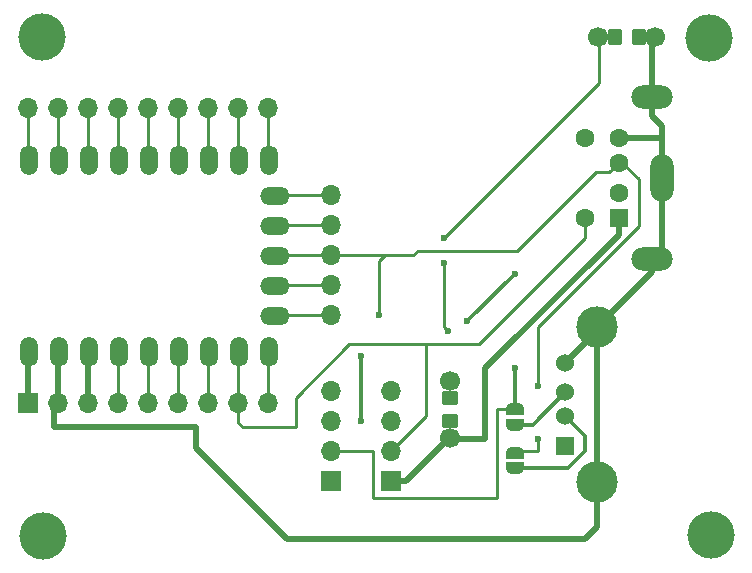
<source format=gbr>
%TF.GenerationSoftware,KiCad,Pcbnew,8.0.4*%
%TF.CreationDate,2024-08-06T16:01:05+03:00*%
%TF.ProjectId,ps2usb,70733275-7362-42e6-9b69-6361645f7063,rev?*%
%TF.SameCoordinates,Original*%
%TF.FileFunction,Copper,L1,Top*%
%TF.FilePolarity,Positive*%
%FSLAX46Y46*%
G04 Gerber Fmt 4.6, Leading zero omitted, Abs format (unit mm)*
G04 Created by KiCad (PCBNEW 8.0.4) date 2024-08-06 16:01:05*
%MOMM*%
%LPD*%
G01*
G04 APERTURE LIST*
G04 Aperture macros list*
%AMRoundRect*
0 Rectangle with rounded corners*
0 $1 Rounding radius*
0 $2 $3 $4 $5 $6 $7 $8 $9 X,Y pos of 4 corners*
0 Add a 4 corners polygon primitive as box body*
4,1,4,$2,$3,$4,$5,$6,$7,$8,$9,$2,$3,0*
0 Add four circle primitives for the rounded corners*
1,1,$1+$1,$2,$3*
1,1,$1+$1,$4,$5*
1,1,$1+$1,$6,$7*
1,1,$1+$1,$8,$9*
0 Add four rect primitives between the rounded corners*
20,1,$1+$1,$2,$3,$4,$5,0*
20,1,$1+$1,$4,$5,$6,$7,0*
20,1,$1+$1,$6,$7,$8,$9,0*
20,1,$1+$1,$8,$9,$2,$3,0*%
%AMFreePoly0*
4,1,19,0.500000,-0.750000,0.000000,-0.750000,0.000000,-0.744911,-0.071157,-0.744911,-0.207708,-0.704816,-0.327430,-0.627875,-0.420627,-0.520320,-0.479746,-0.390866,-0.500000,-0.250000,-0.500000,0.250000,-0.479746,0.390866,-0.420627,0.520320,-0.327430,0.627875,-0.207708,0.704816,-0.071157,0.744911,0.000000,0.744911,0.000000,0.750000,0.500000,0.750000,0.500000,-0.750000,0.500000,-0.750000,
$1*%
%AMFreePoly1*
4,1,19,0.000000,0.744911,0.071157,0.744911,0.207708,0.704816,0.327430,0.627875,0.420627,0.520320,0.479746,0.390866,0.500000,0.250000,0.500000,-0.250000,0.479746,-0.390866,0.420627,-0.520320,0.327430,-0.627875,0.207708,-0.704816,0.071157,-0.744911,0.000000,-0.744911,0.000000,-0.750000,-0.500000,-0.750000,-0.500000,0.750000,0.000000,0.750000,0.000000,0.744911,0.000000,0.744911,
$1*%
G04 Aperture macros list end*
%TA.AperFunction,ComponentPad*%
%ADD10C,1.700000*%
%TD*%
%TA.AperFunction,SMDPad,CuDef*%
%ADD11RoundRect,0.250000X0.350000X0.450000X-0.350000X0.450000X-0.350000X-0.450000X0.350000X-0.450000X0*%
%TD*%
%TA.AperFunction,SMDPad,CuDef*%
%ADD12RoundRect,0.250000X0.450000X-0.350000X0.450000X0.350000X-0.450000X0.350000X-0.450000X-0.350000X0*%
%TD*%
%TA.AperFunction,ComponentPad*%
%ADD13O,1.500000X1.500000*%
%TD*%
%TA.AperFunction,SMDPad,CuDef*%
%ADD14O,1.500000X2.500000*%
%TD*%
%TA.AperFunction,SMDPad,CuDef*%
%ADD15O,2.500000X1.500000*%
%TD*%
%TA.AperFunction,ComponentPad*%
%ADD16R,1.700000X1.700000*%
%TD*%
%TA.AperFunction,ComponentPad*%
%ADD17O,1.700000X1.700000*%
%TD*%
%TA.AperFunction,ComponentPad*%
%ADD18C,1.600000*%
%TD*%
%TA.AperFunction,ComponentPad*%
%ADD19O,3.500000X2.000000*%
%TD*%
%TA.AperFunction,ComponentPad*%
%ADD20O,2.000000X4.000000*%
%TD*%
%TA.AperFunction,ComponentPad*%
%ADD21R,1.600000X1.600000*%
%TD*%
%TA.AperFunction,SMDPad,CuDef*%
%ADD22FreePoly0,90.000000*%
%TD*%
%TA.AperFunction,SMDPad,CuDef*%
%ADD23FreePoly1,90.000000*%
%TD*%
%TA.AperFunction,ComponentPad*%
%ADD24R,1.524000X1.524000*%
%TD*%
%TA.AperFunction,ComponentPad*%
%ADD25C,1.524000*%
%TD*%
%TA.AperFunction,ComponentPad*%
%ADD26C,3.500000*%
%TD*%
%TA.AperFunction,ViaPad*%
%ADD27C,0.600000*%
%TD*%
%TA.AperFunction,ViaPad*%
%ADD28C,4.000000*%
%TD*%
%TA.AperFunction,Conductor*%
%ADD29C,0.250000*%
%TD*%
%TA.AperFunction,Conductor*%
%ADD30C,0.500000*%
%TD*%
%TA.AperFunction,Conductor*%
%ADD31C,0.350000*%
%TD*%
G04 APERTURE END LIST*
D10*
%TO.P,LED1,1,K*%
%TO.N,GND*%
X171700000Y-78600000D03*
D11*
X170300000Y-78600000D03*
%TO.P,LED1,2,A*%
%TO.N,Net-(LED1-A)*%
X168300000Y-78600000D03*
D10*
X166900000Y-78600000D03*
%TD*%
%TO.P,R1,1*%
%TO.N,+5V*%
X154300000Y-112500000D03*
D12*
X154300000Y-111100000D03*
%TO.P,R1,2*%
%TO.N,Net-(LED1-A)*%
X154300000Y-109100000D03*
D10*
X154300000Y-107700000D03*
%TD*%
D13*
%TO.P,RZ1,1,GP0*%
%TO.N,/GP0*%
X118680000Y-89500000D03*
D14*
X118680000Y-89000000D03*
D13*
%TO.P,RZ1,2,GP1*%
%TO.N,/GP1*%
X121220000Y-89500000D03*
D14*
X121220000Y-89000000D03*
D13*
%TO.P,RZ1,3,GP2*%
%TO.N,/GP2*%
X123760000Y-89500000D03*
D14*
X123760000Y-89000000D03*
D13*
%TO.P,RZ1,4,GP3*%
%TO.N,/GP3*%
X126300000Y-89500000D03*
D14*
X126300000Y-89000000D03*
D13*
%TO.P,RZ1,5,GP4*%
%TO.N,/GP4*%
X128840000Y-89500000D03*
D14*
X128840000Y-89000000D03*
D13*
%TO.P,RZ1,6,GP5*%
%TO.N,/GP5*%
X131380000Y-89500000D03*
D14*
X131380000Y-89000000D03*
D13*
%TO.P,RZ1,7,GP6*%
%TO.N,/GP6*%
X133920000Y-89500000D03*
D14*
X133920000Y-89000000D03*
D13*
%TO.P,RZ1,8,GP7*%
%TO.N,/GP7*%
X136460000Y-89500000D03*
D14*
X136460000Y-89000000D03*
D13*
%TO.P,RZ1,9,GP8*%
%TO.N,/GP8*%
X139000000Y-89500000D03*
D14*
X139000000Y-89000000D03*
D13*
%TO.P,RZ1,10,GP9*%
%TO.N,/GP9*%
X139000000Y-92040000D03*
D15*
X139500000Y-92040000D03*
D13*
%TO.P,RZ1,11,GP10*%
%TO.N,/GP10*%
X139000000Y-94580000D03*
D15*
X139500000Y-94580000D03*
D13*
%TO.P,RZ1,12,GP11*%
%TO.N,/DATA_KB*%
X139000000Y-97120000D03*
D15*
X139500000Y-97120000D03*
D13*
%TO.P,RZ1,13,GP12*%
%TO.N,/CLK_KB*%
X139000000Y-99660000D03*
D15*
X139500000Y-99660000D03*
D13*
%TO.P,RZ1,14,GP13*%
%TO.N,/GP13*%
X139000000Y-102200000D03*
D15*
X139500000Y-102200000D03*
D14*
%TO.P,RZ1,15,GP14*%
%TO.N,/DATA_MS*%
X139000000Y-105240000D03*
D13*
X139000000Y-104740000D03*
D14*
%TO.P,RZ1,16,GP15*%
%TO.N,/CLK_MS*%
X136460000Y-105240000D03*
D13*
X136460000Y-104740000D03*
D14*
%TO.P,RZ1,17,GP26*%
%TO.N,/GP26*%
X133920000Y-105240000D03*
D13*
X133920000Y-104740000D03*
D14*
%TO.P,RZ1,18,GP27*%
%TO.N,/GP27*%
X131380000Y-105240000D03*
D13*
X131380000Y-104740000D03*
D14*
%TO.P,RZ1,19,GP28*%
%TO.N,/GP28*%
X128840000Y-105240000D03*
D13*
X128840000Y-104740000D03*
D14*
%TO.P,RZ1,20,GP29*%
%TO.N,/GP29*%
X126300000Y-105240000D03*
D13*
X126300000Y-104740000D03*
D14*
%TO.P,RZ1,21,3V3*%
%TO.N,+3.3V*%
X123760000Y-105240000D03*
D13*
X123760000Y-104740000D03*
D14*
%TO.P,RZ1,22,5V*%
%TO.N,+5V*%
X118680000Y-105240000D03*
D13*
X118680000Y-104740000D03*
D14*
%TO.P,RZ1,23,GND*%
%TO.N,GND*%
X121220000Y-105240000D03*
D13*
X121220000Y-104740000D03*
%TD*%
D16*
%TO.P,RPZC1,1,Pin_1*%
%TO.N,+5V*%
X118640000Y-109600000D03*
D17*
%TO.P,RPZC1,2,Pin_2*%
%TO.N,GND*%
X121180000Y-109600000D03*
%TO.P,RPZC1,3,Pin_3*%
%TO.N,+3.3V*%
X123720000Y-109600000D03*
%TO.P,RPZC1,4,Pin_4*%
%TO.N,/GP29*%
X126260000Y-109600000D03*
%TO.P,RPZC1,5,Pin_5*%
%TO.N,/GP28*%
X128800000Y-109600000D03*
%TO.P,RPZC1,6,Pin_6*%
%TO.N,/GP27*%
X131340000Y-109600000D03*
%TO.P,RPZC1,7,Pin_7*%
%TO.N,/GP26*%
X133880000Y-109600000D03*
%TO.P,RPZC1,8,Pin_8*%
%TO.N,/CLK_MS*%
X136420000Y-109600000D03*
%TO.P,RPZC1,9,Pin_9*%
%TO.N,/DATA_MS*%
X138960000Y-109600000D03*
%TD*%
D16*
%TO.P,KEYBOARD1,1,Pin_1*%
%TO.N,+5V*%
X144300000Y-116140000D03*
D17*
%TO.P,KEYBOARD1,2,Pin_2*%
%TO.N,/CLK_KB*%
X144300000Y-113600000D03*
%TO.P,KEYBOARD1,3,Pin_3*%
%TO.N,/DATA_KB*%
X144300000Y-111060000D03*
%TO.P,KEYBOARD1,4,Pin_4*%
%TO.N,GND*%
X144300000Y-108520000D03*
%TD*%
D18*
%TO.P,PS/2,1*%
%TO.N,/DATA_KB*%
X168600000Y-89200000D03*
%TO.P,PS/2,2*%
%TO.N,/DATA_MS*%
X168600000Y-91800000D03*
D19*
%TO.P,PS/2,3*%
%TO.N,GND*%
X171450000Y-97350000D03*
D20*
X172250000Y-90500000D03*
D18*
X168600000Y-87100000D03*
D19*
X171450000Y-83650000D03*
D21*
%TO.P,PS/2,4*%
%TO.N,+5V*%
X168600000Y-93900000D03*
D18*
%TO.P,PS/2,5*%
%TO.N,/CLK_KB*%
X165800000Y-87100000D03*
%TO.P,PS/2,6*%
%TO.N,/CLK_MS*%
X165800000Y-93900000D03*
%TD*%
D22*
%TO.P,JP2,1,A*%
%TO.N,Net-(JP2-A)*%
X159800000Y-115100000D03*
D23*
%TO.P,JP2,2,B*%
%TO.N,/DATA_KB*%
X159800000Y-113800000D03*
%TD*%
D24*
%TO.P,USB1,1,VBUS*%
%TO.N,+5V*%
X164090000Y-113170000D03*
D25*
%TO.P,USB1,2,D-*%
%TO.N,Net-(JP2-A)*%
X164090000Y-110670000D03*
%TO.P,USB1,3,D+*%
%TO.N,Net-(JP1-A)*%
X164090000Y-108670000D03*
%TO.P,USB1,4,GND*%
%TO.N,GND*%
X164090000Y-106170000D03*
D26*
%TO.P,USB1,5,Shield*%
X166800000Y-116240000D03*
X166800000Y-103100000D03*
%TD*%
D17*
%TO.P,RPZC3,1,Pin_1*%
%TO.N,/GP0*%
X118600000Y-84600000D03*
%TO.P,RPZC3,2,Pin_2*%
%TO.N,/GP1*%
X121140000Y-84600000D03*
%TO.P,RPZC3,3,Pin_3*%
%TO.N,/GP2*%
X123680000Y-84600000D03*
%TO.P,RPZC3,4,Pin_4*%
%TO.N,/GP3*%
X126220000Y-84600000D03*
%TO.P,RPZC3,5,Pin_5*%
%TO.N,/GP4*%
X128760000Y-84600000D03*
%TO.P,RPZC3,6,Pin_6*%
%TO.N,/GP5*%
X131300000Y-84600000D03*
%TO.P,RPZC3,7,Pin_7*%
%TO.N,/GP6*%
X133840000Y-84600000D03*
%TO.P,RPZC3,8,Pin_8*%
%TO.N,/GP7*%
X136380000Y-84600000D03*
%TO.P,RPZC3,9,Pin_9*%
%TO.N,/GP8*%
X138920000Y-84600000D03*
%TD*%
D16*
%TO.P,MOUSE1,1,Pin_1*%
%TO.N,+5V*%
X149300000Y-116180000D03*
D17*
%TO.P,MOUSE1,2,Pin_2*%
%TO.N,/CLK_MS*%
X149300000Y-113640000D03*
%TO.P,MOUSE1,3,Pin_3*%
%TO.N,/DATA_MS*%
X149300000Y-111100000D03*
%TO.P,MOUSE1,4,Pin_4*%
%TO.N,GND*%
X149300000Y-108560000D03*
%TD*%
%TO.P,RPZC2,1,Pin_1*%
%TO.N,/GP9*%
X144300000Y-91980000D03*
%TO.P,RPZC2,2,Pin_2*%
%TO.N,/GP10*%
X144300000Y-94520000D03*
%TO.P,RPZC2,3,Pin_3*%
%TO.N,/DATA_KB*%
X144300000Y-97060000D03*
%TO.P,RPZC2,4,Pin_4*%
%TO.N,/CLK_KB*%
X144300000Y-99600000D03*
%TO.P,RPZC2,5,Pin_5*%
%TO.N,/GP13*%
X144300000Y-102140000D03*
%TD*%
D22*
%TO.P,JP1,1,A*%
%TO.N,Net-(JP1-A)*%
X159800000Y-111400000D03*
D23*
%TO.P,JP1,2,B*%
%TO.N,/CLK_KB*%
X159800000Y-110100000D03*
%TD*%
D27*
%TO.N,/DATA_KB*%
X148300000Y-102100000D03*
X146800000Y-105600000D03*
X146800000Y-111100000D03*
X161800000Y-112600000D03*
X161800000Y-108100000D03*
%TO.N,/CLK_KB*%
X159800000Y-106600000D03*
D28*
%TO.N,*%
X119900000Y-120800000D03*
X176400000Y-120700000D03*
X119800000Y-78600000D03*
X176300000Y-78700000D03*
D27*
%TO.N,/CLK_KB*%
X155800000Y-102600000D03*
X159800000Y-98600000D03*
%TO.N,Net-(LED1-A)*%
X153800000Y-97700000D03*
X154200000Y-103500000D03*
X153800000Y-95600000D03*
%TD*%
D29*
%TO.N,Net-(LED1-A)*%
X153800000Y-95600000D02*
X166950000Y-82450000D01*
X166950000Y-82450000D02*
X166950000Y-78600000D01*
D30*
%TO.N,GND*%
X171450000Y-83650000D02*
X171450000Y-78800000D01*
X171450000Y-78800000D02*
X171650000Y-78600000D01*
D29*
%TO.N,/DATA_KB*%
X144300000Y-97060000D02*
X148800000Y-97060000D01*
X148300000Y-102100000D02*
X148300000Y-97560000D01*
X148300000Y-97560000D02*
X148800000Y-97060000D01*
X148800000Y-97060000D02*
X151240000Y-97060000D01*
D31*
X146800000Y-111100000D02*
X146800000Y-105600000D01*
D29*
X161800000Y-112600000D02*
X161800000Y-113600000D01*
X161800000Y-113600000D02*
X160000000Y-113600000D01*
X160000000Y-113600000D02*
X159800000Y-113800000D01*
X161800000Y-103100000D02*
X161800000Y-108100000D01*
X170300000Y-94600000D02*
X161800000Y-103100000D01*
D31*
%TO.N,Net-(JP2-A)*%
X164300000Y-115100000D02*
X165800000Y-113600000D01*
X165800000Y-112380000D02*
X164090000Y-110670000D01*
X159800000Y-115100000D02*
X164300000Y-115100000D01*
X165800000Y-113600000D02*
X165800000Y-112380000D01*
%TO.N,/CLK_KB*%
X159800000Y-106600000D02*
X159800000Y-110100000D01*
%TO.N,Net-(JP1-A)*%
X159800000Y-111400000D02*
X161360000Y-111400000D01*
X161360000Y-111400000D02*
X164090000Y-108670000D01*
D30*
%TO.N,GND*%
X166800000Y-120100000D02*
X166800000Y-116240000D01*
X172250000Y-96550000D02*
X171450000Y-97350000D01*
X171450000Y-98450000D02*
X166800000Y-103100000D01*
X132800000Y-111600000D02*
X132800000Y-113350000D01*
X172300000Y-87100000D02*
X172300000Y-90450000D01*
X172300000Y-86100000D02*
X171450000Y-85250000D01*
X172300000Y-87100000D02*
X172300000Y-86100000D01*
X121180000Y-109600000D02*
X121180000Y-104720000D01*
X171450000Y-85250000D02*
X171450000Y-83650000D01*
X168600000Y-87100000D02*
X172300000Y-87100000D01*
X166800000Y-103100000D02*
X166800000Y-116240000D01*
X120800000Y-109980000D02*
X121180000Y-109600000D01*
X172250000Y-90500000D02*
X172250000Y-96550000D01*
X140550000Y-121100000D02*
X165800000Y-121100000D01*
X165800000Y-121100000D02*
X166800000Y-120100000D01*
X166800000Y-103100000D02*
X166800000Y-103460000D01*
X166800000Y-103460000D02*
X164090000Y-106170000D01*
X172300000Y-90450000D02*
X172250000Y-90500000D01*
X120800000Y-111600000D02*
X120800000Y-109980000D01*
X132800000Y-111600000D02*
X120800000Y-111600000D01*
X132800000Y-113350000D02*
X140550000Y-121100000D01*
X171450000Y-97350000D02*
X171450000Y-98450000D01*
%TO.N,+5V*%
X157300000Y-106600000D02*
X157300000Y-112600000D01*
X168600000Y-95300000D02*
X157300000Y-106600000D01*
X154300000Y-112450000D02*
X150570000Y-116180000D01*
X150570000Y-116180000D02*
X149300000Y-116180000D01*
X157300000Y-112600000D02*
X154450000Y-112600000D01*
X154450000Y-112600000D02*
X154300000Y-112450000D01*
X168600000Y-93900000D02*
X168600000Y-95300000D01*
X118640000Y-109600000D02*
X118640000Y-104720000D01*
D29*
%TO.N,/CLK_KB*%
X158300000Y-110100000D02*
X159800000Y-110100000D01*
X158300000Y-117600000D02*
X158300000Y-110100000D01*
X139000000Y-99600000D02*
X138960000Y-99640000D01*
D31*
X155800000Y-102600000D02*
X159800000Y-98600000D01*
D29*
X144300000Y-99600000D02*
X139000000Y-99600000D01*
X147800000Y-113600000D02*
X147800000Y-117600000D01*
X147800000Y-117600000D02*
X158300000Y-117600000D01*
X144300000Y-113600000D02*
X147800000Y-113600000D01*
%TO.N,/DATA_KB*%
X160000000Y-96700000D02*
X166700000Y-90000000D01*
X170300000Y-90600000D02*
X168900000Y-89200000D01*
X168900000Y-89200000D02*
X168600000Y-89200000D01*
X170300000Y-94600000D02*
X170300000Y-90600000D01*
X144300000Y-97060000D02*
X139000000Y-97060000D01*
X166700000Y-90000000D02*
X167800000Y-90000000D01*
X151240000Y-97060000D02*
X151600000Y-96700000D01*
X139000000Y-97060000D02*
X138960000Y-97100000D01*
X151600000Y-96700000D02*
X160000000Y-96700000D01*
X167800000Y-90000000D02*
X168600000Y-89200000D01*
%TO.N,/DATA_MS*%
X138960000Y-109600000D02*
X138960000Y-104720000D01*
%TO.N,/CLK_MS*%
X136420000Y-111220000D02*
X136800000Y-111600000D01*
X141300000Y-111600000D02*
X141300000Y-109100000D01*
X149300000Y-113640000D02*
X152300000Y-110640000D01*
X136420000Y-109600000D02*
X136420000Y-104720000D01*
X156800000Y-104600000D02*
X165800000Y-95600000D01*
X141300000Y-109100000D02*
X145800000Y-104600000D01*
X136800000Y-111600000D02*
X141300000Y-111600000D01*
X165800000Y-95600000D02*
X165800000Y-93900000D01*
X152300000Y-110640000D02*
X152300000Y-104600000D01*
X136420000Y-109600000D02*
X136420000Y-111220000D01*
X152300000Y-104600000D02*
X156800000Y-104600000D01*
X145800000Y-104600000D02*
X152300000Y-104600000D01*
%TO.N,/GP3*%
X126220000Y-84600000D02*
X126220000Y-89440000D01*
X126220000Y-89440000D02*
X126260000Y-89480000D01*
%TO.N,/GP6*%
X133840000Y-89440000D02*
X133880000Y-89480000D01*
X133840000Y-84600000D02*
X133840000Y-89440000D01*
%TO.N,/GP5*%
X131300000Y-89440000D02*
X131340000Y-89480000D01*
X131300000Y-84600000D02*
X131300000Y-89440000D01*
%TO.N,/GP26*%
X133880000Y-109600000D02*
X133880000Y-104720000D01*
%TO.N,/GP1*%
X121140000Y-89440000D02*
X121180000Y-89480000D01*
X121140000Y-84600000D02*
X121140000Y-89440000D01*
%TO.N,/GP13*%
X139000000Y-102140000D02*
X138960000Y-102180000D01*
X144300000Y-102140000D02*
X139000000Y-102140000D01*
%TO.N,/GP10*%
X139000000Y-94520000D02*
X138960000Y-94560000D01*
X144300000Y-94520000D02*
X139000000Y-94520000D01*
%TO.N,/GP8*%
X138920000Y-84600000D02*
X138920000Y-89440000D01*
X138920000Y-89440000D02*
X138960000Y-89480000D01*
%TO.N,/GP4*%
X128760000Y-89440000D02*
X128800000Y-89480000D01*
X128760000Y-84600000D02*
X128760000Y-89440000D01*
D30*
%TO.N,+3.3V*%
X123720000Y-109600000D02*
X123720000Y-104720000D01*
D29*
%TO.N,/GP7*%
X136380000Y-89440000D02*
X136420000Y-89480000D01*
X136380000Y-84600000D02*
X136380000Y-89440000D01*
%TO.N,/GP0*%
X118600000Y-89440000D02*
X118640000Y-89480000D01*
X118600000Y-84600000D02*
X118600000Y-89440000D01*
%TO.N,/GP9*%
X139000000Y-91980000D02*
X138960000Y-92020000D01*
X144300000Y-91980000D02*
X139000000Y-91980000D01*
%TO.N,/GP2*%
X123680000Y-89440000D02*
X123720000Y-89480000D01*
X123680000Y-84600000D02*
X123680000Y-89440000D01*
%TO.N,/GP27*%
X131340000Y-109600000D02*
X131340000Y-104720000D01*
%TO.N,/GP28*%
X128800000Y-109600000D02*
X128800000Y-104720000D01*
%TO.N,/GP29*%
X126260000Y-109600000D02*
X126260000Y-104720000D01*
%TO.N,Net-(LED1-A)*%
X153800000Y-103100000D02*
X154200000Y-103500000D01*
X153800000Y-97700000D02*
X153800000Y-103100000D01*
%TD*%
M02*

</source>
